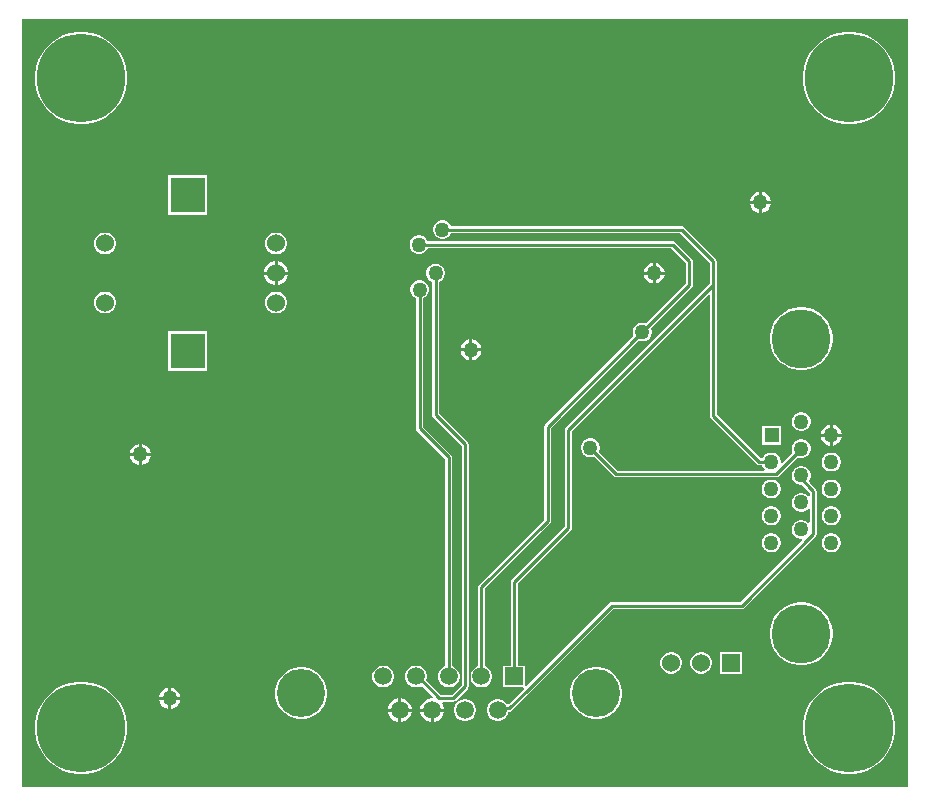
<source format=gbl>
G04*
G04 #@! TF.GenerationSoftware,Altium Limited,Altium Designer,21.3.1 (25)*
G04*
G04 Layer_Physical_Order=2*
G04 Layer_Color=16711680*
%FSLAX44Y44*%
%MOMM*%
G71*
G04*
G04 #@! TF.SameCoordinates,4862DC25-4AA2-4778-B268-FF6FA36D4FA1*
G04*
G04*
G04 #@! TF.FilePolarity,Positive*
G04*
G01*
G75*
%ADD15C,0.2540*%
%ADD37C,1.5080*%
%ADD38C,4.0660*%
%ADD39R,1.5080X1.5080*%
%ADD40R,1.5240X1.5240*%
%ADD41C,1.5240*%
%ADD42C,7.5000*%
%ADD43C,5.0000*%
%ADD44C,1.2700*%
%ADD45R,1.2700X1.2700*%
%ADD46R,3.0000X3.0000*%
G36*
X775000Y225000D02*
X25000D01*
Y875000D01*
X775000D01*
Y225000D01*
D02*
G37*
%LPC*%
G36*
X728077Y864100D02*
X721923D01*
X715844Y863137D01*
X709991Y861235D01*
X704507Y858441D01*
X699528Y854824D01*
X695176Y850472D01*
X691559Y845493D01*
X688765Y840009D01*
X686863Y834156D01*
X685900Y828077D01*
Y821923D01*
X686863Y815844D01*
X688765Y809991D01*
X691559Y804507D01*
X695176Y799528D01*
X699528Y795176D01*
X704507Y791559D01*
X709991Y788765D01*
X715844Y786863D01*
X721923Y785900D01*
X728077D01*
X734156Y786863D01*
X740009Y788765D01*
X745493Y791559D01*
X750472Y795176D01*
X754824Y799528D01*
X758441Y804507D01*
X761235Y809991D01*
X763137Y815844D01*
X764100Y821923D01*
Y828077D01*
X763137Y834156D01*
X761235Y840009D01*
X758441Y845493D01*
X754824Y850472D01*
X750472Y854824D01*
X745493Y858441D01*
X740009Y861235D01*
X734156Y863137D01*
X728077Y864100D01*
D02*
G37*
G36*
X78077D02*
X71923D01*
X65844Y863137D01*
X59991Y861235D01*
X54507Y858441D01*
X49528Y854824D01*
X45176Y850472D01*
X41559Y845493D01*
X38765Y840009D01*
X36863Y834156D01*
X35900Y828077D01*
Y821923D01*
X36863Y815844D01*
X38765Y809991D01*
X41559Y804507D01*
X45176Y799528D01*
X49528Y795176D01*
X54507Y791559D01*
X59991Y788765D01*
X65844Y786863D01*
X71923Y785900D01*
X78077D01*
X84156Y786863D01*
X90009Y788765D01*
X95493Y791559D01*
X100472Y795176D01*
X104824Y799528D01*
X108441Y804507D01*
X111235Y809991D01*
X113137Y815844D01*
X114100Y821923D01*
Y828077D01*
X113137Y834156D01*
X111235Y840009D01*
X108441Y845493D01*
X104824Y850472D01*
X100472Y854824D01*
X95493Y858441D01*
X90009Y861235D01*
X84156Y863137D01*
X78077Y864100D01*
D02*
G37*
G36*
X651270Y728863D02*
Y721270D01*
X658863D01*
X658284Y723431D01*
X657114Y725459D01*
X655459Y727114D01*
X653431Y728284D01*
X651270Y728863D01*
D02*
G37*
G36*
X648730D02*
X646569Y728284D01*
X644541Y727114D01*
X642886Y725459D01*
X641716Y723431D01*
X641137Y721270D01*
X648730D01*
Y728863D01*
D02*
G37*
G36*
X658863Y718730D02*
X651270D01*
Y711137D01*
X653431Y711716D01*
X655459Y712886D01*
X657114Y714541D01*
X658284Y716569D01*
X658863Y718730D01*
D02*
G37*
G36*
X648730D02*
X641137D01*
X641716Y716569D01*
X642886Y714541D01*
X644541Y712886D01*
X646569Y711716D01*
X648730Y711137D01*
Y718730D01*
D02*
G37*
G36*
X181600Y742600D02*
X148400D01*
Y709400D01*
X181600D01*
Y742600D01*
D02*
G37*
G36*
X241214Y694220D02*
X238786D01*
X236441Y693592D01*
X234339Y692378D01*
X232622Y690661D01*
X231408Y688559D01*
X230780Y686214D01*
Y683786D01*
X231408Y681441D01*
X232622Y679339D01*
X234339Y677622D01*
X236441Y676408D01*
X238786Y675780D01*
X241214D01*
X243559Y676408D01*
X245661Y677622D01*
X247378Y679339D01*
X248592Y681441D01*
X249220Y683786D01*
Y686214D01*
X248592Y688559D01*
X247378Y690661D01*
X245661Y692378D01*
X243559Y693592D01*
X241214Y694220D01*
D02*
G37*
G36*
X96214D02*
X93786D01*
X91441Y693592D01*
X89339Y692378D01*
X87622Y690661D01*
X86408Y688559D01*
X85780Y686214D01*
Y683786D01*
X86408Y681441D01*
X87622Y679339D01*
X89339Y677622D01*
X91441Y676408D01*
X93786Y675780D01*
X96214D01*
X98559Y676408D01*
X100661Y677622D01*
X102378Y679339D01*
X103592Y681441D01*
X104220Y683786D01*
Y686214D01*
X103592Y688559D01*
X102378Y690661D01*
X100661Y692378D01*
X98559Y693592D01*
X96214Y694220D01*
D02*
G37*
G36*
X241338Y670160D02*
X241270D01*
Y661270D01*
X250160D01*
Y661338D01*
X249468Y663922D01*
X248130Y666238D01*
X246238Y668130D01*
X243922Y669468D01*
X241338Y670160D01*
D02*
G37*
G36*
X238730D02*
X238662D01*
X236078Y669468D01*
X233762Y668130D01*
X231870Y666238D01*
X230532Y663922D01*
X229840Y661338D01*
Y661270D01*
X238730D01*
Y670160D01*
D02*
G37*
G36*
X561270Y668863D02*
Y661270D01*
X568863D01*
X568284Y663431D01*
X567114Y665459D01*
X565459Y667114D01*
X563431Y668284D01*
X561270Y668863D01*
D02*
G37*
G36*
X558730D02*
X556569Y668284D01*
X554541Y667114D01*
X552886Y665459D01*
X551716Y663431D01*
X551137Y661270D01*
X558730D01*
Y668863D01*
D02*
G37*
G36*
X568863Y658730D02*
X561270D01*
Y651137D01*
X563431Y651716D01*
X565459Y652886D01*
X567114Y654541D01*
X568284Y656569D01*
X568863Y658730D01*
D02*
G37*
G36*
X558730D02*
X551137D01*
X551716Y656569D01*
X552886Y654541D01*
X554541Y652886D01*
X556569Y651716D01*
X558730Y651137D01*
Y658730D01*
D02*
G37*
G36*
X250160Y658730D02*
X241270D01*
Y649840D01*
X241338D01*
X243922Y650532D01*
X246238Y651870D01*
X248130Y653762D01*
X249468Y656078D01*
X250160Y658662D01*
Y658730D01*
D02*
G37*
G36*
X238730D02*
X229840D01*
Y658662D01*
X230532Y656078D01*
X231870Y653762D01*
X233762Y651870D01*
X236078Y650532D01*
X238662Y649840D01*
X238730D01*
Y658730D01*
D02*
G37*
G36*
X241214Y644220D02*
X238786D01*
X236441Y643592D01*
X234339Y642378D01*
X232622Y640661D01*
X231408Y638559D01*
X230780Y636214D01*
Y633786D01*
X231408Y631441D01*
X232622Y629339D01*
X234339Y627622D01*
X236441Y626408D01*
X238786Y625780D01*
X241214D01*
X243559Y626408D01*
X245661Y627622D01*
X247378Y629339D01*
X248592Y631441D01*
X249220Y633786D01*
Y636214D01*
X248592Y638559D01*
X247378Y640661D01*
X245661Y642378D01*
X243559Y643592D01*
X241214Y644220D01*
D02*
G37*
G36*
X96214D02*
X93786D01*
X91441Y643592D01*
X89339Y642378D01*
X87622Y640661D01*
X86408Y638559D01*
X85780Y636214D01*
Y633786D01*
X86408Y631441D01*
X87622Y629339D01*
X89339Y627622D01*
X91441Y626408D01*
X93786Y625780D01*
X96214D01*
X98559Y626408D01*
X100661Y627622D01*
X102378Y629339D01*
X103592Y631441D01*
X104220Y633786D01*
Y636214D01*
X103592Y638559D01*
X102378Y640661D01*
X100661Y642378D01*
X98559Y643592D01*
X96214Y644220D01*
D02*
G37*
G36*
X361997Y692000D02*
X359903D01*
X357881Y691458D01*
X356069Y690412D01*
X354588Y688931D01*
X353542Y687119D01*
X353000Y685097D01*
Y683003D01*
X353542Y680981D01*
X354588Y679168D01*
X356069Y677688D01*
X357881Y676642D01*
X359903Y676100D01*
X361997D01*
X364019Y676642D01*
X365831Y677688D01*
X367312Y679168D01*
X368358Y680981D01*
X368396Y681124D01*
X574738D01*
X587074Y668788D01*
Y651212D01*
X553196Y617335D01*
X553069Y617408D01*
X551047Y617950D01*
X548953D01*
X546931Y617408D01*
X545119Y616362D01*
X543638Y614881D01*
X542592Y613069D01*
X542050Y611047D01*
Y608953D01*
X542592Y606931D01*
X542665Y606804D01*
X467931Y532069D01*
X467296Y531120D01*
X467074Y530000D01*
Y451212D01*
X411781Y395919D01*
X411147Y394970D01*
X410924Y393850D01*
Y327078D01*
X410322Y326917D01*
X408238Y325714D01*
X406536Y324012D01*
X405333Y321928D01*
X404710Y319603D01*
Y317197D01*
X405333Y314872D01*
X406536Y312788D01*
X408238Y311086D01*
X410322Y309883D01*
X412647Y309260D01*
X415053D01*
X417378Y309883D01*
X419462Y311086D01*
X421164Y312788D01*
X422367Y314872D01*
X422990Y317197D01*
Y319603D01*
X422367Y321928D01*
X421164Y324012D01*
X419462Y325714D01*
X417378Y326917D01*
X416776Y327078D01*
Y392638D01*
X472069Y447931D01*
X472704Y448880D01*
X472926Y450000D01*
Y528788D01*
X546804Y602665D01*
X546931Y602592D01*
X548953Y602050D01*
X551047D01*
X553069Y602592D01*
X554881Y603638D01*
X556362Y605119D01*
X557408Y606931D01*
X557950Y608953D01*
Y611047D01*
X557408Y613069D01*
X557335Y613196D01*
X592069Y647931D01*
X592704Y648880D01*
X592926Y650000D01*
Y670000D01*
X592704Y671120D01*
X592069Y672069D01*
X578019Y686119D01*
X577070Y686753D01*
X575950Y686976D01*
X368396D01*
X368358Y687119D01*
X367312Y688931D01*
X365831Y690412D01*
X364019Y691458D01*
X361997Y692000D01*
D02*
G37*
G36*
X406270Y603863D02*
Y596270D01*
X413863D01*
X413284Y598431D01*
X412114Y600459D01*
X410459Y602114D01*
X408431Y603284D01*
X406270Y603863D01*
D02*
G37*
G36*
X403730D02*
X401569Y603284D01*
X399541Y602114D01*
X397886Y600459D01*
X396716Y598431D01*
X396137Y596270D01*
X403730D01*
Y603863D01*
D02*
G37*
G36*
X413863Y593730D02*
X406270D01*
Y586137D01*
X408431Y586716D01*
X410459Y587886D01*
X412114Y589541D01*
X413284Y591569D01*
X413863Y593730D01*
D02*
G37*
G36*
X403730D02*
X396137D01*
X396716Y591569D01*
X397886Y589541D01*
X399541Y587886D01*
X401569Y586716D01*
X403730Y586137D01*
Y593730D01*
D02*
G37*
G36*
X686693Y631100D02*
X682506D01*
X678371Y630445D01*
X674389Y629151D01*
X670659Y627250D01*
X667271Y624789D01*
X664311Y621829D01*
X661850Y618441D01*
X659949Y614711D01*
X658655Y610729D01*
X658000Y606594D01*
Y602407D01*
X658655Y598271D01*
X659949Y594289D01*
X661850Y590559D01*
X664311Y587171D01*
X667271Y584211D01*
X670659Y581750D01*
X674389Y579849D01*
X678371Y578555D01*
X682506Y577900D01*
X686693D01*
X690829Y578555D01*
X694811Y579849D01*
X698541Y581750D01*
X701929Y584211D01*
X704889Y587171D01*
X707350Y590559D01*
X709251Y594289D01*
X710545Y598271D01*
X711200Y602407D01*
Y606594D01*
X710545Y610729D01*
X709251Y614711D01*
X707350Y618441D01*
X704889Y621829D01*
X701929Y624789D01*
X698541Y627250D01*
X694811Y629151D01*
X690829Y630445D01*
X686693Y631100D01*
D02*
G37*
G36*
X181600Y610600D02*
X148400D01*
Y577400D01*
X181600D01*
Y610600D01*
D02*
G37*
G36*
X685647Y542150D02*
X683553D01*
X681531Y541608D01*
X679719Y540562D01*
X678238Y539081D01*
X677192Y537269D01*
X676650Y535247D01*
Y533153D01*
X677192Y531131D01*
X678238Y529319D01*
X679719Y527838D01*
X681531Y526792D01*
X683553Y526250D01*
X685647D01*
X687669Y526792D01*
X689481Y527838D01*
X690962Y529319D01*
X692008Y531131D01*
X692550Y533153D01*
Y535247D01*
X692008Y537269D01*
X690962Y539081D01*
X689481Y540562D01*
X687669Y541608D01*
X685647Y542150D01*
D02*
G37*
G36*
X711270Y531663D02*
Y524070D01*
X718863D01*
X718284Y526231D01*
X717114Y528259D01*
X715459Y529914D01*
X713431Y531084D01*
X711270Y531663D01*
D02*
G37*
G36*
X708730D02*
X706569Y531084D01*
X704541Y529914D01*
X702886Y528259D01*
X701716Y526231D01*
X701137Y524070D01*
X708730D01*
Y531663D01*
D02*
G37*
G36*
X667550Y530550D02*
X651650D01*
Y514650D01*
X667550D01*
Y530550D01*
D02*
G37*
G36*
X708730Y521530D02*
X701137D01*
X701716Y519369D01*
X702886Y517341D01*
X704541Y515686D01*
X706569Y514516D01*
X708730Y513937D01*
Y521530D01*
D02*
G37*
G36*
X718863D02*
X711270D01*
Y513937D01*
X713431Y514516D01*
X715459Y515686D01*
X717114Y517341D01*
X718284Y519369D01*
X718863Y521530D01*
D02*
G37*
G36*
X126270Y515363D02*
Y507770D01*
X133863D01*
X133284Y509931D01*
X132114Y511959D01*
X130459Y513614D01*
X128431Y514784D01*
X126270Y515363D01*
D02*
G37*
G36*
X123730D02*
X121569Y514784D01*
X119541Y513614D01*
X117886Y511959D01*
X116716Y509931D01*
X116137Y507770D01*
X123730D01*
Y515363D01*
D02*
G37*
G36*
X133863Y505230D02*
X126270D01*
Y497637D01*
X128431Y498216D01*
X130459Y499386D01*
X132114Y501041D01*
X133284Y503069D01*
X133863Y505230D01*
D02*
G37*
G36*
X123730D02*
X116137D01*
X116716Y503069D01*
X117886Y501041D01*
X119541Y499386D01*
X121569Y498216D01*
X123730Y497637D01*
Y505230D01*
D02*
G37*
G36*
X381797Y704700D02*
X379703D01*
X377681Y704158D01*
X375869Y703111D01*
X374388Y701631D01*
X373342Y699818D01*
X372800Y697797D01*
Y695703D01*
X373342Y693681D01*
X374388Y691869D01*
X375869Y690388D01*
X377681Y689342D01*
X379703Y688800D01*
X381797D01*
X383819Y689342D01*
X385631Y690388D01*
X387112Y691869D01*
X388158Y693681D01*
X388196Y693824D01*
X582038D01*
X607074Y668788D01*
Y651212D01*
X485431Y529569D01*
X484796Y528620D01*
X484574Y527500D01*
Y445612D01*
X439481Y400519D01*
X438847Y399570D01*
X438624Y398450D01*
Y327540D01*
X432410D01*
Y309260D01*
X449294D01*
X449820Y307990D01*
X436832Y295002D01*
X435245Y295211D01*
X435014Y295612D01*
X433312Y297314D01*
X431228Y298517D01*
X428903Y299140D01*
X426497D01*
X424172Y298517D01*
X422088Y297314D01*
X420386Y295612D01*
X419183Y293528D01*
X418560Y291203D01*
Y288797D01*
X419183Y286472D01*
X420386Y284388D01*
X422088Y282686D01*
X424172Y281483D01*
X426497Y280860D01*
X428903D01*
X431228Y281483D01*
X433312Y282686D01*
X435014Y284388D01*
X436217Y286472D01*
X436740Y288425D01*
X437320D01*
X438440Y288648D01*
X439389Y289282D01*
X455088Y304981D01*
X455088Y304981D01*
X525537Y375430D01*
X634325D01*
X635444Y375653D01*
X636394Y376287D01*
X696829Y436722D01*
X697464Y437672D01*
X697686Y438792D01*
Y475240D01*
X697464Y476360D01*
X696829Y477309D01*
X692737Y481401D01*
X692703Y481571D01*
X692069Y482520D01*
X690916Y483673D01*
X690962Y483719D01*
X692008Y485531D01*
X692550Y487553D01*
Y489647D01*
X692008Y491669D01*
X690962Y493481D01*
X689481Y494962D01*
X687669Y496008D01*
X685647Y496550D01*
X683553D01*
X681531Y496008D01*
X679719Y494962D01*
X678238Y493481D01*
X677192Y491669D01*
X676650Y489647D01*
Y487553D01*
X677192Y485531D01*
X678238Y483719D01*
X679719Y482238D01*
X681531Y481192D01*
X683553Y480650D01*
X685647D01*
X685659Y480653D01*
X687263Y479050D01*
X687297Y478880D01*
X687931Y477931D01*
X691834Y474028D01*
Y471605D01*
X690564Y471079D01*
X689481Y472162D01*
X687669Y473208D01*
X685647Y473750D01*
X683553D01*
X681531Y473208D01*
X679719Y472162D01*
X678238Y470681D01*
X677192Y468869D01*
X676650Y466847D01*
Y464753D01*
X677192Y462731D01*
X678238Y460919D01*
X679719Y459438D01*
X681531Y458392D01*
X683553Y457850D01*
X685647D01*
X687669Y458392D01*
X689481Y459438D01*
X690564Y460521D01*
X691834Y459995D01*
Y448805D01*
X690564Y448279D01*
X689481Y449362D01*
X687669Y450408D01*
X685647Y450950D01*
X683553D01*
X681531Y450408D01*
X679719Y449362D01*
X678238Y447881D01*
X677192Y446069D01*
X676650Y444047D01*
Y441953D01*
X677192Y439931D01*
X678238Y438119D01*
X679719Y436638D01*
X681531Y435592D01*
X683553Y435050D01*
X685084D01*
X685610Y433780D01*
X633112Y381282D01*
X524325D01*
X523205Y381060D01*
X522255Y380425D01*
X451960Y310130D01*
X450690Y310656D01*
Y327540D01*
X444476D01*
Y397238D01*
X489569Y442331D01*
X490204Y443280D01*
X490426Y444400D01*
Y526288D01*
X605900Y641762D01*
X607074Y641276D01*
Y539200D01*
X607296Y538080D01*
X607931Y537131D01*
X646971Y498091D01*
X647920Y497457D01*
X649040Y497234D01*
X651711D01*
X651792Y496931D01*
X652838Y495119D01*
X653921Y494036D01*
X653395Y492766D01*
X529372D01*
X513335Y508804D01*
X513408Y508931D01*
X513950Y510953D01*
Y513047D01*
X513408Y515069D01*
X512362Y516881D01*
X510881Y518362D01*
X509069Y519408D01*
X507047Y519950D01*
X504953D01*
X502931Y519408D01*
X501119Y518362D01*
X499638Y516881D01*
X498592Y515069D01*
X498050Y513047D01*
Y510953D01*
X498592Y508931D01*
X499638Y507119D01*
X501119Y505638D01*
X502931Y504592D01*
X504953Y504050D01*
X507047D01*
X509069Y504592D01*
X509196Y504665D01*
X526091Y487771D01*
X527040Y487136D01*
X528160Y486914D01*
X663408D01*
X664528Y487136D01*
X665478Y487771D01*
X681663Y503956D01*
X683553Y503450D01*
X685647D01*
X687669Y503992D01*
X689481Y505038D01*
X690962Y506519D01*
X692008Y508331D01*
X692550Y510353D01*
Y512447D01*
X692008Y514469D01*
X690962Y516281D01*
X689481Y517762D01*
X687669Y518808D01*
X685647Y519350D01*
X683553D01*
X681531Y518808D01*
X679719Y517762D01*
X678238Y516281D01*
X677192Y514469D01*
X676650Y512447D01*
Y510353D01*
X677192Y508331D01*
X677400Y507970D01*
X668420Y498990D01*
X667150Y499516D01*
Y501047D01*
X666608Y503069D01*
X665562Y504881D01*
X664081Y506362D01*
X662269Y507408D01*
X660247Y507950D01*
X658153D01*
X656131Y507408D01*
X654319Y506362D01*
X652838Y504881D01*
X651802Y503086D01*
X650252D01*
X612926Y540412D01*
Y650000D01*
Y670000D01*
X612704Y671120D01*
X612069Y672069D01*
X585319Y698819D01*
X584370Y699453D01*
X583250Y699676D01*
X388196D01*
X388158Y699818D01*
X387112Y701631D01*
X385631Y703111D01*
X383819Y704158D01*
X381797Y704700D01*
D02*
G37*
G36*
X711047Y507950D02*
X708953D01*
X706931Y507408D01*
X705119Y506362D01*
X703638Y504881D01*
X702592Y503069D01*
X702050Y501047D01*
Y498953D01*
X702592Y496931D01*
X703638Y495119D01*
X705119Y493638D01*
X706931Y492592D01*
X708953Y492050D01*
X711047D01*
X713069Y492592D01*
X714881Y493638D01*
X716362Y495119D01*
X717408Y496931D01*
X717950Y498953D01*
Y501047D01*
X717408Y503069D01*
X716362Y504881D01*
X714881Y506362D01*
X713069Y507408D01*
X711047Y507950D01*
D02*
G37*
G36*
Y485150D02*
X708953D01*
X706931Y484608D01*
X705119Y483562D01*
X703638Y482081D01*
X702592Y480269D01*
X702050Y478247D01*
Y476153D01*
X702592Y474131D01*
X703638Y472319D01*
X705119Y470838D01*
X706931Y469792D01*
X708953Y469250D01*
X711047D01*
X713069Y469792D01*
X714881Y470838D01*
X716362Y472319D01*
X717408Y474131D01*
X717950Y476153D01*
Y478247D01*
X717408Y480269D01*
X716362Y482081D01*
X714881Y483562D01*
X713069Y484608D01*
X711047Y485150D01*
D02*
G37*
G36*
X660247D02*
X658153D01*
X656131Y484608D01*
X654319Y483562D01*
X652838Y482081D01*
X651792Y480269D01*
X651250Y478247D01*
Y476153D01*
X651792Y474131D01*
X652838Y472319D01*
X654319Y470838D01*
X656131Y469792D01*
X658153Y469250D01*
X660247D01*
X662269Y469792D01*
X664081Y470838D01*
X665562Y472319D01*
X666608Y474131D01*
X667150Y476153D01*
Y478247D01*
X666608Y480269D01*
X665562Y482081D01*
X664081Y483562D01*
X662269Y484608D01*
X660247Y485150D01*
D02*
G37*
G36*
X711047Y462350D02*
X708953D01*
X706931Y461808D01*
X705119Y460762D01*
X703638Y459281D01*
X702592Y457469D01*
X702050Y455447D01*
Y453353D01*
X702592Y451331D01*
X703638Y449519D01*
X705119Y448038D01*
X706931Y446992D01*
X708953Y446450D01*
X711047D01*
X713069Y446992D01*
X714881Y448038D01*
X716362Y449519D01*
X717408Y451331D01*
X717950Y453353D01*
Y455447D01*
X717408Y457469D01*
X716362Y459281D01*
X714881Y460762D01*
X713069Y461808D01*
X711047Y462350D01*
D02*
G37*
G36*
X660247D02*
X658153D01*
X656131Y461808D01*
X654319Y460762D01*
X652838Y459281D01*
X651792Y457469D01*
X651250Y455447D01*
Y453353D01*
X651792Y451331D01*
X652838Y449519D01*
X654319Y448038D01*
X656131Y446992D01*
X658153Y446450D01*
X660247D01*
X662269Y446992D01*
X664081Y448038D01*
X665562Y449519D01*
X666608Y451331D01*
X667150Y453353D01*
Y455447D01*
X666608Y457469D01*
X665562Y459281D01*
X664081Y460762D01*
X662269Y461808D01*
X660247Y462350D01*
D02*
G37*
G36*
X711047Y439550D02*
X708953D01*
X706931Y439008D01*
X705119Y437962D01*
X703638Y436481D01*
X702592Y434669D01*
X702050Y432647D01*
Y430553D01*
X702592Y428531D01*
X703638Y426719D01*
X705119Y425238D01*
X706931Y424192D01*
X708953Y423650D01*
X711047D01*
X713069Y424192D01*
X714881Y425238D01*
X716362Y426719D01*
X717408Y428531D01*
X717950Y430553D01*
Y432647D01*
X717408Y434669D01*
X716362Y436481D01*
X714881Y437962D01*
X713069Y439008D01*
X711047Y439550D01*
D02*
G37*
G36*
X660247D02*
X658153D01*
X656131Y439008D01*
X654319Y437962D01*
X652838Y436481D01*
X651792Y434669D01*
X651250Y432647D01*
Y430553D01*
X651792Y428531D01*
X652838Y426719D01*
X654319Y425238D01*
X656131Y424192D01*
X658153Y423650D01*
X660247D01*
X662269Y424192D01*
X664081Y425238D01*
X665562Y426719D01*
X666608Y428531D01*
X667150Y430553D01*
Y432647D01*
X666608Y434669D01*
X665562Y436481D01*
X664081Y437962D01*
X662269Y439008D01*
X660247Y439550D01*
D02*
G37*
G36*
X686693Y381200D02*
X682506D01*
X678371Y380545D01*
X674389Y379251D01*
X670659Y377350D01*
X667271Y374889D01*
X664311Y371929D01*
X661850Y368541D01*
X659949Y364811D01*
X658655Y360829D01*
X658000Y356693D01*
Y352506D01*
X658655Y348371D01*
X659949Y344389D01*
X661850Y340659D01*
X664311Y337271D01*
X667271Y334311D01*
X670659Y331850D01*
X674389Y329949D01*
X678371Y328655D01*
X682506Y328000D01*
X686693D01*
X690829Y328655D01*
X694811Y329949D01*
X698541Y331850D01*
X701929Y334311D01*
X704889Y337271D01*
X707350Y340659D01*
X709251Y344389D01*
X710545Y348371D01*
X711200Y352506D01*
Y356693D01*
X710545Y360829D01*
X709251Y364811D01*
X707350Y368541D01*
X704889Y371929D01*
X701929Y374889D01*
X698541Y377350D01*
X694811Y379251D01*
X690829Y380545D01*
X686693Y381200D01*
D02*
G37*
G36*
X634620Y339220D02*
X616180D01*
Y320780D01*
X634620D01*
Y339220D01*
D02*
G37*
G36*
X601214D02*
X598786D01*
X596441Y338592D01*
X594339Y337378D01*
X592622Y335661D01*
X591408Y333559D01*
X590780Y331214D01*
Y328786D01*
X591408Y326441D01*
X592622Y324339D01*
X594339Y322622D01*
X596441Y321408D01*
X598786Y320780D01*
X601214D01*
X603559Y321408D01*
X605661Y322622D01*
X607378Y324339D01*
X608592Y326441D01*
X609220Y328786D01*
Y331214D01*
X608592Y333559D01*
X607378Y335661D01*
X605661Y337378D01*
X603559Y338592D01*
X601214Y339220D01*
D02*
G37*
G36*
X575814D02*
X573386D01*
X571041Y338592D01*
X568939Y337378D01*
X567222Y335661D01*
X566008Y333559D01*
X565380Y331214D01*
Y328786D01*
X566008Y326441D01*
X567222Y324339D01*
X568939Y322622D01*
X571041Y321408D01*
X573386Y320780D01*
X575814D01*
X578159Y321408D01*
X580261Y322622D01*
X581978Y324339D01*
X583192Y326441D01*
X583820Y328786D01*
Y331214D01*
X583192Y333559D01*
X581978Y335661D01*
X580261Y337378D01*
X578159Y338592D01*
X575814Y339220D01*
D02*
G37*
G36*
X362597Y653900D02*
X360503D01*
X358481Y653358D01*
X356669Y652311D01*
X355188Y650831D01*
X354142Y649018D01*
X353600Y646997D01*
Y644903D01*
X354142Y642881D01*
X355188Y641068D01*
X356669Y639588D01*
X358481Y638542D01*
X358624Y638504D01*
Y528450D01*
X358847Y527330D01*
X359481Y526381D01*
X383224Y502638D01*
Y327078D01*
X382622Y326917D01*
X380538Y325714D01*
X378836Y324012D01*
X377633Y321928D01*
X377010Y319603D01*
Y317197D01*
X377633Y314872D01*
X378836Y312788D01*
X380538Y311086D01*
X382622Y309883D01*
X384947Y309260D01*
X387353D01*
X389678Y309883D01*
X391762Y311086D01*
X393464Y312788D01*
X394667Y314872D01*
X395290Y317197D01*
Y319603D01*
X394667Y321928D01*
X393464Y324012D01*
X391762Y325714D01*
X389678Y326917D01*
X389076Y327078D01*
Y503850D01*
X388853Y504970D01*
X388219Y505919D01*
X364476Y529662D01*
Y638504D01*
X364619Y638542D01*
X366431Y639588D01*
X367912Y641068D01*
X368958Y642881D01*
X369500Y644903D01*
Y646997D01*
X368958Y649018D01*
X367912Y650831D01*
X366431Y652311D01*
X364619Y653358D01*
X362597Y653900D01*
D02*
G37*
G36*
X331953Y327540D02*
X329547D01*
X327222Y326917D01*
X325138Y325714D01*
X323436Y324012D01*
X322233Y321928D01*
X321610Y319603D01*
Y317197D01*
X322233Y314872D01*
X323436Y312788D01*
X325138Y311086D01*
X327222Y309883D01*
X329547Y309260D01*
X331953D01*
X334278Y309883D01*
X336362Y311086D01*
X338064Y312788D01*
X339267Y314872D01*
X339890Y317197D01*
Y319603D01*
X339267Y321928D01*
X338064Y324012D01*
X336362Y325714D01*
X334278Y326917D01*
X331953Y327540D01*
D02*
G37*
G36*
X376047Y667950D02*
X373953D01*
X371931Y667408D01*
X370119Y666362D01*
X368638Y664881D01*
X367592Y663068D01*
X367050Y661047D01*
Y658953D01*
X367592Y656931D01*
X368638Y655119D01*
X370119Y653638D01*
X371931Y652592D01*
X372074Y652554D01*
Y540000D01*
X372296Y538880D01*
X372931Y537931D01*
X397074Y513788D01*
Y311212D01*
X388788Y302926D01*
X379563D01*
X367104Y315385D01*
X367590Y317197D01*
Y319603D01*
X366967Y321928D01*
X365764Y324012D01*
X364062Y325714D01*
X361978Y326917D01*
X359653Y327540D01*
X357247D01*
X354922Y326917D01*
X352838Y325714D01*
X351136Y324012D01*
X349933Y321928D01*
X349310Y319603D01*
Y317197D01*
X349933Y314872D01*
X351136Y312788D01*
X352838Y311086D01*
X354922Y309883D01*
X357247Y309260D01*
X359653D01*
X361978Y309883D01*
X363469Y310744D01*
X372863Y301350D01*
X372337Y300080D01*
X370973D01*
X368409Y299393D01*
X366111Y298066D01*
X364234Y296189D01*
X362907Y293891D01*
X362220Y291327D01*
Y291270D01*
X382380D01*
Y291327D01*
X381693Y293891D01*
X380588Y295804D01*
X381141Y297074D01*
X390000D01*
X391120Y297297D01*
X392069Y297931D01*
X402069Y307931D01*
X402704Y308880D01*
X402926Y310000D01*
Y515000D01*
X402704Y516120D01*
X402069Y517069D01*
X377926Y541212D01*
Y652554D01*
X378069Y652592D01*
X379881Y653638D01*
X381362Y655119D01*
X382408Y656931D01*
X382950Y658953D01*
Y661047D01*
X382408Y663068D01*
X381362Y664881D01*
X379881Y666362D01*
X378069Y667408D01*
X376047Y667950D01*
D02*
G37*
G36*
X151270Y308863D02*
Y301270D01*
X158863D01*
X158284Y303431D01*
X157114Y305459D01*
X155459Y307114D01*
X153431Y308284D01*
X151270Y308863D01*
D02*
G37*
G36*
X148730D02*
X146569Y308284D01*
X144541Y307114D01*
X142886Y305459D01*
X141716Y303431D01*
X141137Y301270D01*
X148730D01*
Y308863D01*
D02*
G37*
G36*
X345927Y300080D02*
X345870D01*
Y291270D01*
X354680D01*
Y291327D01*
X353993Y293891D01*
X352666Y296189D01*
X350789Y298066D01*
X348491Y299393D01*
X345927Y300080D01*
D02*
G37*
G36*
X343330D02*
X343273D01*
X340709Y299393D01*
X338411Y298066D01*
X336534Y296189D01*
X335207Y293891D01*
X334520Y291327D01*
Y291270D01*
X343330D01*
Y300080D01*
D02*
G37*
G36*
X158863Y298730D02*
X151270D01*
Y291137D01*
X153431Y291716D01*
X155459Y292886D01*
X157114Y294541D01*
X158284Y296569D01*
X158863Y298730D01*
D02*
G37*
G36*
X148730D02*
X141137D01*
X141716Y296569D01*
X142886Y294541D01*
X144541Y292886D01*
X146569Y291716D01*
X148730Y291137D01*
Y298730D01*
D02*
G37*
G36*
X513260Y326130D02*
X508940D01*
X504703Y325287D01*
X500712Y323634D01*
X497120Y321234D01*
X494066Y318180D01*
X491666Y314588D01*
X490013Y310597D01*
X489170Y306360D01*
Y302040D01*
X490013Y297803D01*
X491666Y293812D01*
X494066Y290221D01*
X497120Y287166D01*
X500712Y284766D01*
X504703Y283113D01*
X508940Y282270D01*
X513260D01*
X517497Y283113D01*
X521488Y284766D01*
X525079Y287166D01*
X528134Y290221D01*
X530534Y293812D01*
X532187Y297803D01*
X533030Y302040D01*
Y306360D01*
X532187Y310597D01*
X530534Y314588D01*
X528134Y318180D01*
X525079Y321234D01*
X521488Y323634D01*
X517497Y325287D01*
X513260Y326130D01*
D02*
G37*
G36*
X263360D02*
X259040D01*
X254803Y325287D01*
X250812Y323634D01*
X247220Y321234D01*
X244166Y318180D01*
X241766Y314588D01*
X240113Y310597D01*
X239270Y306360D01*
Y302040D01*
X240113Y297803D01*
X241766Y293812D01*
X244166Y290221D01*
X247220Y287166D01*
X250812Y284766D01*
X254803Y283113D01*
X259040Y282270D01*
X263360D01*
X267597Y283113D01*
X271588Y284766D01*
X275180Y287166D01*
X278234Y290221D01*
X280634Y293812D01*
X282287Y297803D01*
X283130Y302040D01*
Y306360D01*
X282287Y310597D01*
X280634Y314588D01*
X278234Y318180D01*
X275180Y321234D01*
X271588Y323634D01*
X267597Y325287D01*
X263360Y326130D01*
D02*
G37*
G36*
X401203Y299140D02*
X398797D01*
X396472Y298517D01*
X394388Y297314D01*
X392686Y295612D01*
X391483Y293528D01*
X390860Y291203D01*
Y288797D01*
X391483Y286472D01*
X392686Y284388D01*
X394388Y282686D01*
X396472Y281483D01*
X398797Y280860D01*
X401203D01*
X403528Y281483D01*
X405612Y282686D01*
X407314Y284388D01*
X408517Y286472D01*
X409140Y288797D01*
Y291203D01*
X408517Y293528D01*
X407314Y295612D01*
X405612Y297314D01*
X403528Y298517D01*
X401203Y299140D01*
D02*
G37*
G36*
X382380Y288730D02*
X373570D01*
Y279920D01*
X373627D01*
X376191Y280607D01*
X378489Y281934D01*
X380366Y283811D01*
X381693Y286109D01*
X382380Y288673D01*
Y288730D01*
D02*
G37*
G36*
X371030D02*
X362220D01*
Y288673D01*
X362907Y286109D01*
X364234Y283811D01*
X366111Y281934D01*
X368409Y280607D01*
X370973Y279920D01*
X371030D01*
Y288730D01*
D02*
G37*
G36*
X354680D02*
X345870D01*
Y279920D01*
X345927D01*
X348491Y280607D01*
X350789Y281934D01*
X352666Y283811D01*
X353993Y286109D01*
X354680Y288673D01*
Y288730D01*
D02*
G37*
G36*
X343330D02*
X334520D01*
Y288673D01*
X335207Y286109D01*
X336534Y283811D01*
X338411Y281934D01*
X340709Y280607D01*
X343273Y279920D01*
X343330D01*
Y288730D01*
D02*
G37*
G36*
X728077Y314100D02*
X721923D01*
X715844Y313137D01*
X709991Y311235D01*
X704507Y308441D01*
X699528Y304824D01*
X695176Y300472D01*
X691559Y295493D01*
X688765Y290009D01*
X686863Y284156D01*
X685900Y278077D01*
Y271923D01*
X686863Y265844D01*
X688765Y259991D01*
X691559Y254507D01*
X695176Y249528D01*
X699528Y245176D01*
X704507Y241559D01*
X709991Y238765D01*
X715844Y236863D01*
X721923Y235900D01*
X728077D01*
X734156Y236863D01*
X740009Y238765D01*
X745493Y241559D01*
X750472Y245176D01*
X754824Y249528D01*
X758441Y254507D01*
X761235Y259991D01*
X763137Y265844D01*
X764100Y271923D01*
Y278077D01*
X763137Y284156D01*
X761235Y290009D01*
X758441Y295493D01*
X754824Y300472D01*
X750472Y304824D01*
X745493Y308441D01*
X740009Y311235D01*
X734156Y313137D01*
X728077Y314100D01*
D02*
G37*
G36*
X78077D02*
X71923D01*
X65844Y313137D01*
X59991Y311235D01*
X54507Y308441D01*
X49528Y304824D01*
X45176Y300472D01*
X41559Y295493D01*
X38765Y290009D01*
X36863Y284156D01*
X35900Y278077D01*
Y271923D01*
X36863Y265844D01*
X38765Y259991D01*
X41559Y254507D01*
X45176Y249528D01*
X49528Y245176D01*
X54507Y241559D01*
X59991Y238765D01*
X65844Y236863D01*
X71923Y235900D01*
X78077D01*
X84156Y236863D01*
X90009Y238765D01*
X95493Y241559D01*
X100472Y245176D01*
X104824Y249528D01*
X108441Y254507D01*
X111235Y259991D01*
X113137Y265844D01*
X114100Y271923D01*
Y278077D01*
X113137Y284156D01*
X111235Y290009D01*
X108441Y295493D01*
X104824Y300472D01*
X100472Y304824D01*
X95493Y308441D01*
X90009Y311235D01*
X84156Y313137D01*
X78077Y314100D01*
D02*
G37*
%LPD*%
D15*
X506000Y512000D02*
X528160Y489840D01*
X663408D01*
X441550Y398450D02*
X487500Y444400D01*
X386150Y318400D02*
Y503850D01*
X413850Y393850D02*
X470000Y450000D01*
X400000Y310000D02*
Y515000D01*
X470000Y450000D02*
Y530000D01*
X487500Y444400D02*
Y527500D01*
X361550Y528450D02*
X386150Y503850D01*
X413850Y318400D02*
Y393850D01*
X453018Y307050D02*
X524325Y378356D01*
X634325D01*
X441550Y318400D02*
Y398450D01*
X361550Y528450D02*
Y645950D01*
X375000Y540000D02*
X400000Y515000D01*
X375000Y540000D02*
Y660000D01*
X550000Y610000D02*
X590000Y650000D01*
X470000Y530000D02*
X550000Y610000D01*
X437320Y291352D02*
X453018Y307050D01*
X427700Y290000D02*
X429051Y291352D01*
X453018Y307050D02*
X453018D01*
X429051Y291352D02*
X437320D01*
X358450Y318400D02*
X359951D01*
X390000Y300000D02*
X400000Y310000D01*
X359951Y318400D02*
X378351Y300000D01*
X390000D01*
X634325Y378356D02*
X694760Y438792D01*
Y475240D01*
X684600Y485851D02*
Y488600D01*
Y485851D02*
X690000Y480451D01*
Y480000D02*
Y480451D01*
Y480000D02*
X694760Y475240D01*
X649040Y500160D02*
X659040D01*
X659200Y500000D01*
X610000Y539200D02*
X649040Y500160D01*
X663408Y489840D02*
X684600Y511032D01*
Y511400D01*
X610000Y539200D02*
Y650000D01*
X590000D02*
Y670000D01*
X487500Y527500D02*
X610000Y650000D01*
X360950Y684050D02*
X575950D01*
X590000Y670000D01*
X583250Y696750D02*
X610000Y670000D01*
X380750Y696750D02*
X583250D01*
X610000Y650000D02*
Y670000D01*
D37*
X427700Y290000D02*
D03*
X372300D02*
D03*
X400000D02*
D03*
X413850Y318400D02*
D03*
X358450D02*
D03*
X344600Y290000D02*
D03*
X330750Y318400D02*
D03*
X386150D02*
D03*
D38*
X511100Y304200D02*
D03*
X261200D02*
D03*
D39*
X441550Y318400D02*
D03*
D40*
X625400Y330000D02*
D03*
D41*
X600000D02*
D03*
X574600D02*
D03*
X240000Y635000D02*
D03*
Y660000D02*
D03*
Y685000D02*
D03*
X95000Y635000D02*
D03*
Y685000D02*
D03*
D42*
X75000Y275000D02*
D03*
X725000D02*
D03*
Y825000D02*
D03*
X75000D02*
D03*
D43*
X684600Y354600D02*
D03*
Y604500D02*
D03*
D44*
Y534200D02*
D03*
Y511400D02*
D03*
Y488600D02*
D03*
Y465800D02*
D03*
Y443000D02*
D03*
X659200Y431600D02*
D03*
Y454400D02*
D03*
Y477200D02*
D03*
Y500000D02*
D03*
X710000Y431600D02*
D03*
Y454400D02*
D03*
Y477200D02*
D03*
Y500000D02*
D03*
Y522800D02*
D03*
X560000Y660000D02*
D03*
X506000Y512000D02*
D03*
X150000Y300000D02*
D03*
X550000Y610000D02*
D03*
X375000Y660000D02*
D03*
X405000Y595000D02*
D03*
X650000Y720000D02*
D03*
X125000Y506500D02*
D03*
X380750Y696750D02*
D03*
X361550Y645950D02*
D03*
X360950Y684050D02*
D03*
D45*
X659600Y522600D02*
D03*
D46*
X165000Y594000D02*
D03*
Y726000D02*
D03*
M02*

</source>
